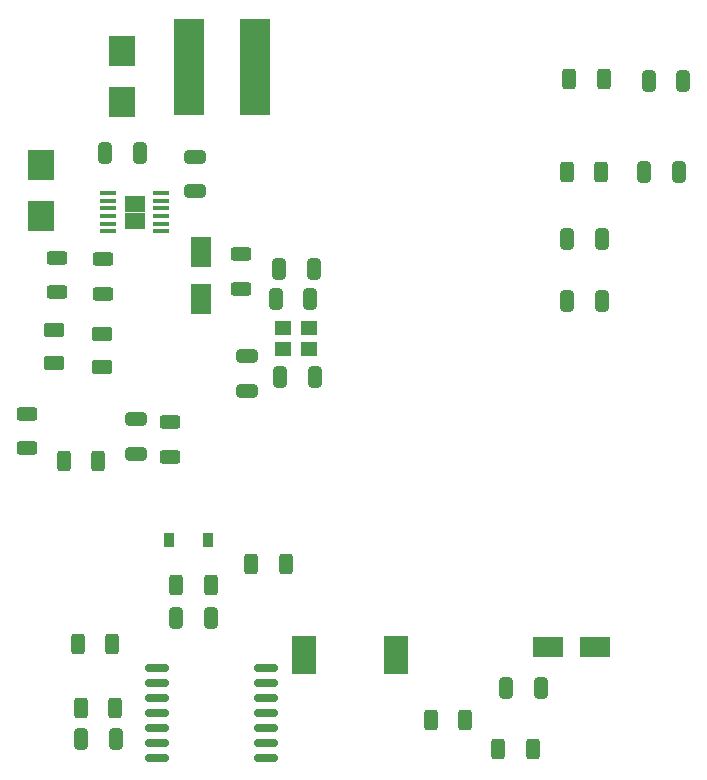
<source format=gbr>
%TF.GenerationSoftware,KiCad,Pcbnew,(6.0.7-1)-1*%
%TF.CreationDate,2023-05-02T22:47:35-04:00*%
%TF.ProjectId,pcb,7063622e-6b69-4636-9164-5f7063625858,rev?*%
%TF.SameCoordinates,Original*%
%TF.FileFunction,Paste,Top*%
%TF.FilePolarity,Positive*%
%FSLAX46Y46*%
G04 Gerber Fmt 4.6, Leading zero omitted, Abs format (unit mm)*
G04 Created by KiCad (PCBNEW (6.0.7-1)-1) date 2023-05-02 22:47:35*
%MOMM*%
%LPD*%
G01*
G04 APERTURE LIST*
G04 Aperture macros list*
%AMRoundRect*
0 Rectangle with rounded corners*
0 $1 Rounding radius*
0 $2 $3 $4 $5 $6 $7 $8 $9 X,Y pos of 4 corners*
0 Add a 4 corners polygon primitive as box body*
4,1,4,$2,$3,$4,$5,$6,$7,$8,$9,$2,$3,0*
0 Add four circle primitives for the rounded corners*
1,1,$1+$1,$2,$3*
1,1,$1+$1,$4,$5*
1,1,$1+$1,$6,$7*
1,1,$1+$1,$8,$9*
0 Add four rect primitives between the rounded corners*
20,1,$1+$1,$2,$3,$4,$5,0*
20,1,$1+$1,$4,$5,$6,$7,0*
20,1,$1+$1,$6,$7,$8,$9,0*
20,1,$1+$1,$8,$9,$2,$3,0*%
G04 Aperture macros list end*
%ADD10C,0.100000*%
%ADD11R,2.600000X8.200000*%
%ADD12RoundRect,0.250000X-0.325000X-0.650000X0.325000X-0.650000X0.325000X0.650000X-0.325000X0.650000X0*%
%ADD13R,1.400000X1.200000*%
%ADD14RoundRect,0.250000X0.325000X0.650000X-0.325000X0.650000X-0.325000X-0.650000X0.325000X-0.650000X0*%
%ADD15R,1.333500X0.431800*%
%ADD16R,2.300000X2.500000*%
%ADD17RoundRect,0.250000X0.650000X-0.325000X0.650000X0.325000X-0.650000X0.325000X-0.650000X-0.325000X0*%
%ADD18RoundRect,0.250000X0.312500X0.625000X-0.312500X0.625000X-0.312500X-0.625000X0.312500X-0.625000X0*%
%ADD19RoundRect,0.150000X-0.875000X-0.150000X0.875000X-0.150000X0.875000X0.150000X-0.875000X0.150000X0*%
%ADD20R,2.000000X3.200000*%
%ADD21RoundRect,0.250000X-0.312500X-0.625000X0.312500X-0.625000X0.312500X0.625000X-0.312500X0.625000X0*%
%ADD22RoundRect,0.250000X-0.625000X0.312500X-0.625000X-0.312500X0.625000X-0.312500X0.625000X0.312500X0*%
%ADD23RoundRect,0.250000X-0.625000X0.375000X-0.625000X-0.375000X0.625000X-0.375000X0.625000X0.375000X0*%
%ADD24RoundRect,0.250000X-0.650000X0.325000X-0.650000X-0.325000X0.650000X-0.325000X0.650000X0.325000X0*%
%ADD25RoundRect,0.250000X0.625000X-0.312500X0.625000X0.312500X-0.625000X0.312500X-0.625000X-0.312500X0*%
%ADD26R,0.900000X1.200000*%
%ADD27R,2.500000X1.800000*%
%ADD28R,1.800000X2.500000*%
G04 APERTURE END LIST*
%TO.C,U3*%
G36*
X119576300Y-90200000D02*
G01*
X118023700Y-90200000D01*
X118023700Y-88926800D01*
X119576300Y-88926800D01*
X119576300Y-90200000D01*
G37*
D10*
X119576300Y-90200000D02*
X118023700Y-90200000D01*
X118023700Y-88926800D01*
X119576300Y-88926800D01*
X119576300Y-90200000D01*
G36*
X119576300Y-91673200D02*
G01*
X118023700Y-91673200D01*
X118023700Y-90400000D01*
X119576300Y-90400000D01*
X119576300Y-91673200D01*
G37*
X119576300Y-91673200D02*
X118023700Y-91673200D01*
X118023700Y-90400000D01*
X119576300Y-90400000D01*
X119576300Y-91673200D01*
%TD*%
D11*
%TO.C,L2*%
X123400000Y-78000000D03*
X129000000Y-78000000D03*
%TD*%
D12*
%TO.C,C4*%
X134075000Y-104300000D03*
X131125000Y-104300000D03*
%TD*%
D13*
%TO.C,Y1*%
X133600000Y-100150000D03*
X131400000Y-100150000D03*
X131400000Y-101850000D03*
X133600000Y-101850000D03*
%TD*%
D14*
%TO.C,C5*%
X133675000Y-97700000D03*
X130725000Y-97700000D03*
%TD*%
D15*
%TO.C,U3*%
X116583850Y-88674400D03*
X116583850Y-89324640D03*
X116583850Y-89974880D03*
X116583850Y-90625120D03*
X116583850Y-91275360D03*
X116583850Y-91925600D03*
X121016150Y-91925600D03*
X121016150Y-91275360D03*
X121016150Y-90625120D03*
X121016150Y-89974880D03*
X121016150Y-89324640D03*
X121016150Y-88674400D03*
%TD*%
D12*
%TO.C,C8*%
X116325000Y-85300000D03*
X119275000Y-85300000D03*
%TD*%
D16*
%TO.C,D3*%
X117700000Y-81000000D03*
X117700000Y-76700000D03*
%TD*%
D17*
%TO.C,C13*%
X118900000Y-110775000D03*
X118900000Y-107825000D03*
%TD*%
D16*
%TO.C,D5*%
X110900000Y-90650000D03*
X110900000Y-86350000D03*
%TD*%
D18*
%TO.C,R14*%
X158525000Y-78992500D03*
X155600000Y-78992500D03*
%TD*%
D19*
%TO.C,U2*%
X120650000Y-128890000D03*
X120650000Y-130160000D03*
X120650000Y-131430000D03*
X120650000Y-132700000D03*
X120650000Y-133970000D03*
X120650000Y-135240000D03*
X120650000Y-136510000D03*
X129950000Y-136510000D03*
X129950000Y-135240000D03*
X129950000Y-133970000D03*
X129950000Y-132700000D03*
X129950000Y-131430000D03*
X129950000Y-130160000D03*
X129950000Y-128890000D03*
%TD*%
D20*
%TO.C,L1*%
X140900000Y-127800000D03*
X133100000Y-127800000D03*
%TD*%
D21*
%TO.C,R2*%
X143850000Y-133300000D03*
X146775000Y-133300000D03*
%TD*%
%TO.C,R8*%
X128675000Y-120100000D03*
X131600000Y-120100000D03*
%TD*%
D22*
%TO.C,R11*%
X121800000Y-108100000D03*
X121800000Y-111025000D03*
%TD*%
%TO.C,R5*%
X127800000Y-93875000D03*
X127800000Y-96800000D03*
%TD*%
D18*
%TO.C,R6*%
X115725000Y-111400000D03*
X112800000Y-111400000D03*
%TD*%
D14*
%TO.C,C6*%
X117200000Y-134900000D03*
X114250000Y-134900000D03*
%TD*%
D23*
%TO.C,D1*%
X116000000Y-100600000D03*
X116000000Y-103400000D03*
%TD*%
D24*
%TO.C,C9*%
X123900000Y-85600000D03*
X123900000Y-88550000D03*
%TD*%
D14*
%TO.C,C12*%
X164875000Y-86900000D03*
X161925000Y-86900000D03*
%TD*%
D12*
%TO.C,C2*%
X158375000Y-92600000D03*
X155425000Y-92600000D03*
%TD*%
D18*
%TO.C,R10*%
X158325000Y-86900000D03*
X155400000Y-86900000D03*
%TD*%
D12*
%TO.C,C7*%
X150250000Y-130600000D03*
X153200000Y-130600000D03*
%TD*%
D25*
%TO.C,R4*%
X112200000Y-97100000D03*
X112200000Y-94175000D03*
%TD*%
D14*
%TO.C,C1*%
X134000000Y-95100000D03*
X131050000Y-95100000D03*
%TD*%
D22*
%TO.C,R7*%
X109700000Y-107375000D03*
X109700000Y-110300000D03*
%TD*%
D23*
%TO.C,D2*%
X112000000Y-100300000D03*
X112000000Y-103100000D03*
%TD*%
D21*
%TO.C,R12*%
X113975000Y-126900000D03*
X116900000Y-126900000D03*
%TD*%
D18*
%TO.C,R1*%
X152525000Y-135800000D03*
X149600000Y-135800000D03*
%TD*%
D14*
%TO.C,C14*%
X165262500Y-79192500D03*
X162312500Y-79192500D03*
%TD*%
%TO.C,C3*%
X155425000Y-97800000D03*
X158375000Y-97800000D03*
%TD*%
D18*
%TO.C,R13*%
X117162500Y-132300000D03*
X114237500Y-132300000D03*
%TD*%
D12*
%TO.C,C11*%
X122300000Y-124700000D03*
X125250000Y-124700000D03*
%TD*%
D26*
%TO.C,D7*%
X121750000Y-118100000D03*
X125050000Y-118100000D03*
%TD*%
D27*
%TO.C,D6*%
X153800000Y-127100000D03*
X157800000Y-127100000D03*
%TD*%
D18*
%TO.C,R9*%
X125225000Y-121900000D03*
X122300000Y-121900000D03*
%TD*%
D24*
%TO.C,C10*%
X128300000Y-102525000D03*
X128300000Y-105475000D03*
%TD*%
D28*
%TO.C,D4*%
X124400000Y-93700000D03*
X124400000Y-97700000D03*
%TD*%
D25*
%TO.C,R3*%
X116100000Y-97200000D03*
X116100000Y-94275000D03*
%TD*%
M02*

</source>
